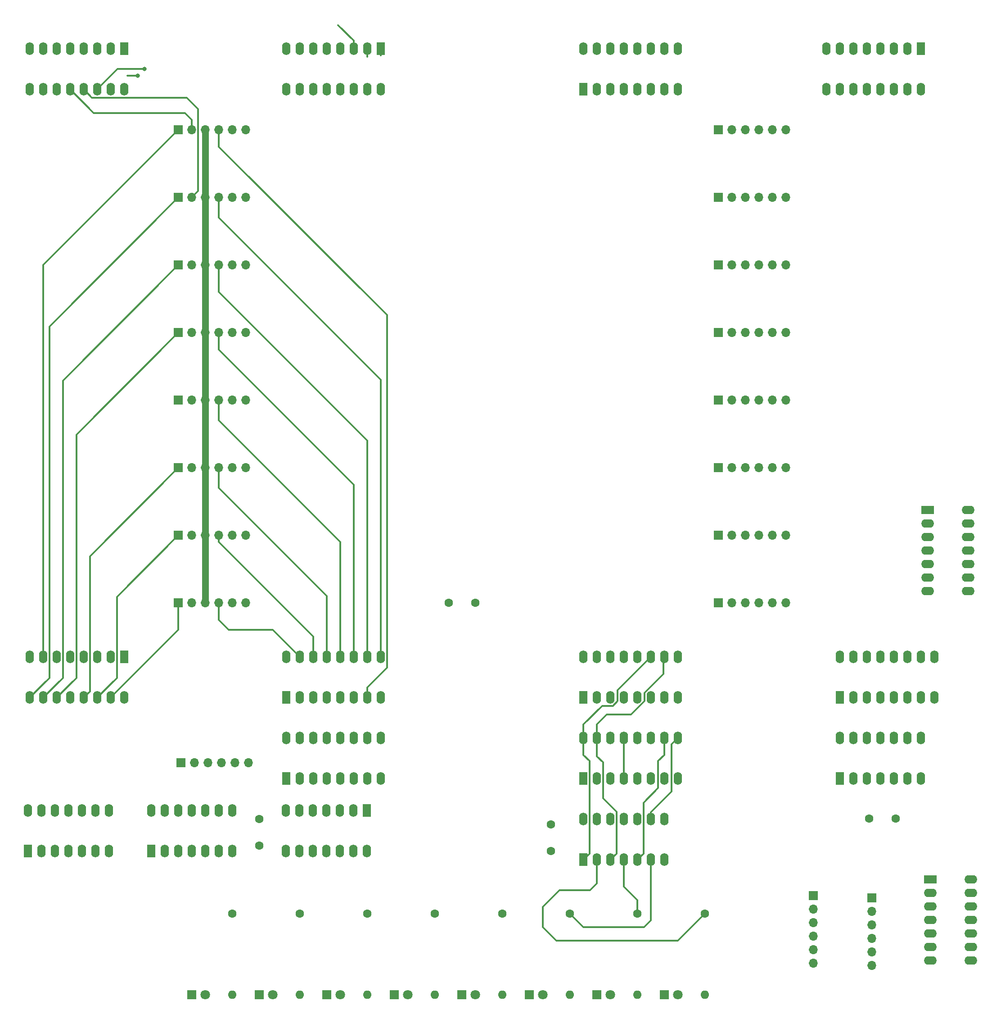
<source format=gbr>
G04 #@! TF.GenerationSoftware,KiCad,Pcbnew,(5.1.9-0-10_14)*
G04 #@! TF.CreationDate,2021-05-26T15:55:07+10:00*
G04 #@! TF.ProjectId,multiplexer,6d756c74-6970-46c6-9578-65722e6b6963,rev?*
G04 #@! TF.SameCoordinates,Original*
G04 #@! TF.FileFunction,Copper,L2,Bot*
G04 #@! TF.FilePolarity,Positive*
%FSLAX46Y46*%
G04 Gerber Fmt 4.6, Leading zero omitted, Abs format (unit mm)*
G04 Created by KiCad (PCBNEW (5.1.9-0-10_14)) date 2021-05-26 15:55:07*
%MOMM*%
%LPD*%
G01*
G04 APERTURE LIST*
G04 #@! TA.AperFunction,ComponentPad*
%ADD10C,1.600000*%
G04 #@! TD*
G04 #@! TA.AperFunction,ComponentPad*
%ADD11O,1.600000X2.400000*%
G04 #@! TD*
G04 #@! TA.AperFunction,ComponentPad*
%ADD12R,1.600000X2.400000*%
G04 #@! TD*
G04 #@! TA.AperFunction,ComponentPad*
%ADD13C,1.800000*%
G04 #@! TD*
G04 #@! TA.AperFunction,ComponentPad*
%ADD14R,1.800000X1.800000*%
G04 #@! TD*
G04 #@! TA.AperFunction,ComponentPad*
%ADD15R,1.700000X1.700000*%
G04 #@! TD*
G04 #@! TA.AperFunction,ComponentPad*
%ADD16O,1.700000X1.700000*%
G04 #@! TD*
G04 #@! TA.AperFunction,ComponentPad*
%ADD17O,1.600000X1.600000*%
G04 #@! TD*
G04 #@! TA.AperFunction,ComponentPad*
%ADD18R,2.400000X1.600000*%
G04 #@! TD*
G04 #@! TA.AperFunction,ComponentPad*
%ADD19O,2.400000X1.600000*%
G04 #@! TD*
G04 #@! TA.AperFunction,ViaPad*
%ADD20C,0.800000*%
G04 #@! TD*
G04 #@! TA.AperFunction,Conductor*
%ADD21C,0.304800*%
G04 #@! TD*
G04 #@! TA.AperFunction,Conductor*
%ADD22C,1.270000*%
G04 #@! TD*
G04 APERTURE END LIST*
D10*
X257000000Y-167500000D03*
X262000000Y-167500000D03*
D11*
X165100000Y-30480000D03*
X147320000Y-22860000D03*
X162560000Y-30480000D03*
X149860000Y-22860000D03*
X160020000Y-30480000D03*
X152400000Y-22860000D03*
X157480000Y-30480000D03*
X154940000Y-22860000D03*
X154940000Y-30480000D03*
X157480000Y-22860000D03*
X152400000Y-30480000D03*
X160020000Y-22860000D03*
X149860000Y-30480000D03*
X162560000Y-22860000D03*
X147320000Y-30480000D03*
D12*
X165100000Y-22860000D03*
X116840000Y-22860000D03*
D11*
X99060000Y-30480000D03*
X114300000Y-22860000D03*
X101600000Y-30480000D03*
X111760000Y-22860000D03*
X104140000Y-30480000D03*
X109220000Y-22860000D03*
X106680000Y-30480000D03*
X106680000Y-22860000D03*
X109220000Y-30480000D03*
X104140000Y-22860000D03*
X111760000Y-30480000D03*
X101600000Y-22860000D03*
X114300000Y-30480000D03*
X99060000Y-22860000D03*
X116840000Y-30480000D03*
D10*
X177880000Y-127000000D03*
X182880000Y-127000000D03*
X142240000Y-167640000D03*
X142240000Y-172640000D03*
X197104000Y-173656000D03*
X197104000Y-168656000D03*
D13*
X220980000Y-200660000D03*
D14*
X218440000Y-200660000D03*
X205740000Y-200660000D03*
D13*
X208280000Y-200660000D03*
X195580000Y-200660000D03*
D14*
X193040000Y-200660000D03*
X180340000Y-200660000D03*
D13*
X182880000Y-200660000D03*
X170180000Y-200660000D03*
D14*
X167640000Y-200660000D03*
X154940000Y-200660000D03*
D13*
X157480000Y-200660000D03*
X144780000Y-200660000D03*
D14*
X142240000Y-200660000D03*
X129540000Y-200660000D03*
D13*
X132080000Y-200660000D03*
D15*
X127500000Y-157000000D03*
D16*
X130040000Y-157000000D03*
X132580000Y-157000000D03*
X135120000Y-157000000D03*
X137660000Y-157000000D03*
X140200000Y-157000000D03*
X246500000Y-194700000D03*
X246500000Y-192160000D03*
X246500000Y-189620000D03*
X246500000Y-187080000D03*
X246500000Y-184540000D03*
D15*
X246500000Y-182000000D03*
X257500000Y-182420000D03*
D16*
X257500000Y-184960000D03*
X257500000Y-187500000D03*
X257500000Y-190040000D03*
X257500000Y-192580000D03*
X257500000Y-195120000D03*
D15*
X127000000Y-127000000D03*
D16*
X129540000Y-127000000D03*
X132080000Y-127000000D03*
X134620000Y-127000000D03*
X137160000Y-127000000D03*
X139700000Y-127000000D03*
D15*
X127000000Y-114300000D03*
D16*
X129540000Y-114300000D03*
X132080000Y-114300000D03*
X134620000Y-114300000D03*
X137160000Y-114300000D03*
X139700000Y-114300000D03*
D15*
X127000000Y-101600000D03*
D16*
X129540000Y-101600000D03*
X132080000Y-101600000D03*
X134620000Y-101600000D03*
X137160000Y-101600000D03*
X139700000Y-101600000D03*
D15*
X127000000Y-88900000D03*
D16*
X129540000Y-88900000D03*
X132080000Y-88900000D03*
X134620000Y-88900000D03*
X137160000Y-88900000D03*
X139700000Y-88900000D03*
X139700000Y-76200000D03*
X137160000Y-76200000D03*
X134620000Y-76200000D03*
X132080000Y-76200000D03*
X129540000Y-76200000D03*
D15*
X127000000Y-76200000D03*
D16*
X139700000Y-63500000D03*
X137160000Y-63500000D03*
X134620000Y-63500000D03*
X132080000Y-63500000D03*
X129540000Y-63500000D03*
D15*
X127000000Y-63500000D03*
D16*
X139700000Y-50800000D03*
X137160000Y-50800000D03*
X134620000Y-50800000D03*
X132080000Y-50800000D03*
X129540000Y-50800000D03*
D15*
X127000000Y-50800000D03*
D16*
X139700000Y-38100000D03*
X137160000Y-38100000D03*
X134620000Y-38100000D03*
X132080000Y-38100000D03*
X129540000Y-38100000D03*
D15*
X127000000Y-38100000D03*
X228600000Y-127000000D03*
D16*
X231140000Y-127000000D03*
X233680000Y-127000000D03*
X236220000Y-127000000D03*
X238760000Y-127000000D03*
X241300000Y-127000000D03*
D15*
X228600000Y-114300000D03*
D16*
X231140000Y-114300000D03*
X233680000Y-114300000D03*
X236220000Y-114300000D03*
X238760000Y-114300000D03*
X241300000Y-114300000D03*
D15*
X228600000Y-101600000D03*
D16*
X231140000Y-101600000D03*
X233680000Y-101600000D03*
X236220000Y-101600000D03*
X238760000Y-101600000D03*
X241300000Y-101600000D03*
D15*
X228600000Y-88900000D03*
D16*
X231140000Y-88900000D03*
X233680000Y-88900000D03*
X236220000Y-88900000D03*
X238760000Y-88900000D03*
X241300000Y-88900000D03*
X241300000Y-76200000D03*
X238760000Y-76200000D03*
X236220000Y-76200000D03*
X233680000Y-76200000D03*
X231140000Y-76200000D03*
D15*
X228600000Y-76200000D03*
D16*
X241300000Y-63500000D03*
X238760000Y-63500000D03*
X236220000Y-63500000D03*
X233680000Y-63500000D03*
X231140000Y-63500000D03*
D15*
X228600000Y-63500000D03*
D16*
X241300000Y-50800000D03*
X238760000Y-50800000D03*
X236220000Y-50800000D03*
X233680000Y-50800000D03*
X231140000Y-50800000D03*
D15*
X228600000Y-50800000D03*
D16*
X241300000Y-38100000D03*
X238760000Y-38100000D03*
X236220000Y-38100000D03*
X233680000Y-38100000D03*
X231140000Y-38100000D03*
D15*
X228600000Y-38100000D03*
D17*
X226060000Y-200660000D03*
D10*
X226060000Y-185420000D03*
X213360000Y-185420000D03*
D17*
X213360000Y-200660000D03*
X200660000Y-200660000D03*
D10*
X200660000Y-185420000D03*
X187960000Y-185420000D03*
D17*
X187960000Y-200660000D03*
X175260000Y-200660000D03*
D10*
X175260000Y-185420000D03*
X162560000Y-185420000D03*
D17*
X162560000Y-200660000D03*
X149860000Y-200660000D03*
D10*
X149860000Y-185420000D03*
X137160000Y-185420000D03*
D17*
X137160000Y-200660000D03*
D11*
X121920000Y-166000000D03*
X137160000Y-173620000D03*
X124460000Y-166000000D03*
X134620000Y-173620000D03*
X127000000Y-166000000D03*
X132080000Y-173620000D03*
X129540000Y-166000000D03*
X129540000Y-173620000D03*
X132080000Y-166000000D03*
X127000000Y-173620000D03*
X134620000Y-166000000D03*
X124460000Y-173620000D03*
X137160000Y-166000000D03*
D12*
X121920000Y-173620000D03*
D11*
X251460000Y-152400000D03*
X266700000Y-160020000D03*
X254000000Y-152400000D03*
X264160000Y-160020000D03*
X256540000Y-152400000D03*
X261620000Y-160020000D03*
X259080000Y-152400000D03*
X259080000Y-160020000D03*
X261620000Y-152400000D03*
X256540000Y-160020000D03*
X264160000Y-152400000D03*
X254000000Y-160020000D03*
X266700000Y-152400000D03*
D12*
X251460000Y-160020000D03*
X98760000Y-173620000D03*
D11*
X114000000Y-166000000D03*
X101300000Y-173620000D03*
X111460000Y-166000000D03*
X103840000Y-173620000D03*
X108920000Y-166000000D03*
X106380000Y-173620000D03*
X106380000Y-166000000D03*
X108920000Y-173620000D03*
X103840000Y-166000000D03*
X111460000Y-173620000D03*
X101300000Y-166000000D03*
X114000000Y-173620000D03*
X98760000Y-166000000D03*
D12*
X203200000Y-175260000D03*
D11*
X218440000Y-167640000D03*
X205740000Y-175260000D03*
X215900000Y-167640000D03*
X208280000Y-175260000D03*
X213360000Y-167640000D03*
X210820000Y-175260000D03*
X210820000Y-167640000D03*
X213360000Y-175260000D03*
X208280000Y-167640000D03*
X215900000Y-175260000D03*
X205740000Y-167640000D03*
X218440000Y-175260000D03*
X203200000Y-167640000D03*
D12*
X162500000Y-166000000D03*
D11*
X147260000Y-173620000D03*
X159960000Y-166000000D03*
X149800000Y-173620000D03*
X157420000Y-166000000D03*
X152340000Y-173620000D03*
X154880000Y-166000000D03*
X154880000Y-173620000D03*
X152340000Y-166000000D03*
X157420000Y-173620000D03*
X149800000Y-166000000D03*
X159960000Y-173620000D03*
X147260000Y-166000000D03*
X162500000Y-173620000D03*
D12*
X147320000Y-160020000D03*
D11*
X165100000Y-152400000D03*
X149860000Y-160020000D03*
X162560000Y-152400000D03*
X152400000Y-160020000D03*
X160020000Y-152400000D03*
X154940000Y-160020000D03*
X157480000Y-152400000D03*
X157480000Y-160020000D03*
X154940000Y-152400000D03*
X160020000Y-160020000D03*
X152400000Y-152400000D03*
X162560000Y-160020000D03*
X149860000Y-152400000D03*
X165100000Y-160020000D03*
X147320000Y-152400000D03*
X203200000Y-152400000D03*
X220980000Y-160020000D03*
X205740000Y-152400000D03*
X218440000Y-160020000D03*
X208280000Y-152400000D03*
X215900000Y-160020000D03*
X210820000Y-152400000D03*
X213360000Y-160020000D03*
X213360000Y-152400000D03*
X210820000Y-160020000D03*
X215900000Y-152400000D03*
X208280000Y-160020000D03*
X218440000Y-152400000D03*
X205740000Y-160020000D03*
X220980000Y-152400000D03*
D12*
X203200000Y-160020000D03*
D11*
X147320000Y-137160000D03*
X165100000Y-144780000D03*
X149860000Y-137160000D03*
X162560000Y-144780000D03*
X152400000Y-137160000D03*
X160020000Y-144780000D03*
X154940000Y-137160000D03*
X157480000Y-144780000D03*
X157480000Y-137160000D03*
X154940000Y-144780000D03*
X160020000Y-137160000D03*
X152400000Y-144780000D03*
X162560000Y-137160000D03*
X149860000Y-144780000D03*
X165100000Y-137160000D03*
D12*
X147320000Y-144780000D03*
X116840000Y-137160000D03*
D11*
X99060000Y-144780000D03*
X114300000Y-137160000D03*
X101600000Y-144780000D03*
X111760000Y-137160000D03*
X104140000Y-144780000D03*
X109220000Y-137160000D03*
X106680000Y-144780000D03*
X106680000Y-137160000D03*
X109220000Y-144780000D03*
X104140000Y-137160000D03*
X111760000Y-144780000D03*
X101600000Y-137160000D03*
X114300000Y-144780000D03*
X99060000Y-137160000D03*
X116840000Y-144780000D03*
X203200000Y-137160000D03*
X220980000Y-144780000D03*
X205740000Y-137160000D03*
X218440000Y-144780000D03*
X208280000Y-137160000D03*
X215900000Y-144780000D03*
X210820000Y-137160000D03*
X213360000Y-144780000D03*
X213360000Y-137160000D03*
X210820000Y-144780000D03*
X215900000Y-137160000D03*
X208280000Y-144780000D03*
X218440000Y-137160000D03*
X205740000Y-144780000D03*
X220980000Y-137160000D03*
D12*
X203200000Y-144780000D03*
X251460000Y-144780000D03*
D11*
X269240000Y-137160000D03*
X254000000Y-144780000D03*
X266700000Y-137160000D03*
X256540000Y-144780000D03*
X264160000Y-137160000D03*
X259080000Y-144780000D03*
X261620000Y-137160000D03*
X261620000Y-144780000D03*
X259080000Y-137160000D03*
X264160000Y-144780000D03*
X256540000Y-137160000D03*
X266700000Y-144780000D03*
X254000000Y-137160000D03*
X269240000Y-144780000D03*
X251460000Y-137160000D03*
X203200000Y-22860000D03*
X220980000Y-30480000D03*
X205740000Y-22860000D03*
X218440000Y-30480000D03*
X208280000Y-22860000D03*
X215900000Y-30480000D03*
X210820000Y-22860000D03*
X213360000Y-30480000D03*
X213360000Y-22860000D03*
X210820000Y-30480000D03*
X215900000Y-22860000D03*
X208280000Y-30480000D03*
X218440000Y-22860000D03*
X205740000Y-30480000D03*
X220980000Y-22860000D03*
D12*
X203200000Y-30480000D03*
X266700000Y-22860000D03*
D11*
X248920000Y-30480000D03*
X264160000Y-22860000D03*
X251460000Y-30480000D03*
X261620000Y-22860000D03*
X254000000Y-30480000D03*
X259080000Y-22860000D03*
X256540000Y-30480000D03*
X256540000Y-22860000D03*
X259080000Y-30480000D03*
X254000000Y-22860000D03*
X261620000Y-30480000D03*
X251460000Y-22860000D03*
X264160000Y-30480000D03*
X248920000Y-22860000D03*
X266700000Y-30480000D03*
D18*
X268000000Y-109500000D03*
D19*
X275620000Y-124740000D03*
X268000000Y-112040000D03*
X275620000Y-122200000D03*
X268000000Y-114580000D03*
X275620000Y-119660000D03*
X268000000Y-117120000D03*
X275620000Y-117120000D03*
X268000000Y-119660000D03*
X275620000Y-114580000D03*
X268000000Y-122200000D03*
X275620000Y-112040000D03*
X268000000Y-124740000D03*
X275620000Y-109500000D03*
X276120000Y-179000000D03*
X268500000Y-194240000D03*
X276120000Y-181540000D03*
X268500000Y-191700000D03*
X276120000Y-184080000D03*
X268500000Y-189160000D03*
X276120000Y-186620000D03*
X268500000Y-186620000D03*
X276120000Y-189160000D03*
X268500000Y-184080000D03*
X276120000Y-191700000D03*
X268500000Y-181540000D03*
X276120000Y-194240000D03*
D18*
X268500000Y-179000000D03*
D20*
X120650000Y-26670000D03*
X119380000Y-27940000D03*
D21*
X210820000Y-160020000D02*
X210820000Y-152400000D01*
X165100000Y-24130000D02*
X165100000Y-22860000D01*
X162560000Y-24364800D02*
X162560000Y-22860000D01*
X160020000Y-21355200D02*
X160020000Y-22860000D01*
X157079800Y-18415000D02*
X160020000Y-21355200D01*
X200660000Y-185420000D02*
X203200000Y-187960000D01*
X203200000Y-187960000D02*
X214630000Y-187960000D01*
X214630000Y-187960000D02*
X215900000Y-186690000D01*
X215900000Y-186690000D02*
X215900000Y-175260000D01*
X214512410Y-174107590D02*
X214512410Y-164582590D01*
X213360000Y-175260000D02*
X214512410Y-174107590D01*
X217287590Y-161807410D02*
X217287590Y-156727410D01*
X214512410Y-164582590D02*
X217287590Y-161807410D01*
X218440000Y-155575000D02*
X218440000Y-152400000D01*
X217287590Y-156727410D02*
X218440000Y-155575000D01*
X213360000Y-185420000D02*
X213360000Y-182880000D01*
X210820000Y-180340000D02*
X210820000Y-175260000D01*
X213360000Y-182880000D02*
X210820000Y-180340000D01*
X209432410Y-174107590D02*
X209432410Y-166252410D01*
X208280000Y-175260000D02*
X209432410Y-174107590D01*
X206892410Y-163712410D02*
X206892410Y-156962590D01*
X209432410Y-166252410D02*
X206892410Y-163712410D01*
X206892410Y-156962590D02*
X205740000Y-155810180D01*
X205740000Y-155810180D02*
X205740000Y-152400000D01*
X205740000Y-152400000D02*
X205740000Y-149860000D01*
X205740000Y-149860000D02*
X207645000Y-147955000D01*
X214747590Y-143902657D02*
X218315247Y-140335000D01*
X214747590Y-145422163D02*
X214747590Y-143902657D01*
X212214753Y-147955000D02*
X214747590Y-145422163D01*
X207645000Y-147955000D02*
X212214753Y-147955000D01*
X218315247Y-137284753D02*
X218440000Y-137160000D01*
X218315247Y-140335000D02*
X218315247Y-137284753D01*
X215900000Y-167640000D02*
X215900000Y-166370000D01*
X219827590Y-153552410D02*
X220980000Y-152400000D01*
X219827590Y-162442410D02*
X219827590Y-153552410D01*
X215900000Y-166370000D02*
X219827590Y-162442410D01*
X205740000Y-179705000D02*
X205740000Y-175260000D01*
X198755000Y-180975000D02*
X204470000Y-180975000D01*
X198120000Y-190500000D02*
X195580000Y-187960000D01*
X204470000Y-180975000D02*
X205740000Y-179705000D01*
X195580000Y-184150000D02*
X198755000Y-180975000D01*
X195580000Y-187960000D02*
X195580000Y-184150000D01*
X220980000Y-190500000D02*
X198120000Y-190500000D01*
X226060000Y-185420000D02*
X220980000Y-190500000D01*
X204352410Y-174107590D02*
X204352410Y-156727410D01*
X203200000Y-175260000D02*
X204352410Y-174107590D01*
X203200000Y-155575000D02*
X203200000Y-152400000D01*
X204352410Y-156727410D02*
X203200000Y-155575000D01*
X209667590Y-143392410D02*
X215900000Y-137160000D01*
X208757343Y-146332410D02*
X209667590Y-145422163D01*
X206727591Y-146332410D02*
X208757343Y-146332410D01*
X209667590Y-145422163D02*
X209667590Y-143392410D01*
X203200000Y-149860000D02*
X206727591Y-146332410D01*
X203200000Y-152400000D02*
X203200000Y-149860000D01*
D22*
X132080000Y-114253802D02*
X132080000Y-127000000D01*
X132080000Y-38100000D02*
X132080000Y-114253802D01*
D21*
X106680000Y-30480000D02*
X111125000Y-34925000D01*
X111125000Y-34925000D02*
X128270000Y-34925000D01*
X129540000Y-36195000D02*
X129540000Y-38100000D01*
X128270000Y-34925000D02*
X129540000Y-36195000D01*
X110772410Y-32032410D02*
X128622590Y-32032410D01*
X109220000Y-30480000D02*
X110772410Y-32032410D01*
X130742401Y-34152221D02*
X130742401Y-49597599D01*
X130742401Y-49597599D02*
X129540000Y-50800000D01*
X128622590Y-32032410D02*
X130742401Y-34152221D01*
X111760000Y-30480000D02*
X115570000Y-26670000D01*
X115570000Y-26670000D02*
X120650000Y-26670000D01*
X117475000Y-27940000D02*
X119380000Y-27940000D01*
X149860000Y-137160000D02*
X144780000Y-132080000D01*
X144780000Y-132080000D02*
X136525000Y-132080000D01*
X134620000Y-130175000D02*
X134620000Y-127000000D01*
X136525000Y-132080000D02*
X134620000Y-130175000D01*
X162560000Y-144780000D02*
X162560000Y-142875000D01*
X166252410Y-139182590D02*
X166252410Y-72907410D01*
X162560000Y-142875000D02*
X166252410Y-139182590D01*
X134620000Y-41275000D02*
X134620000Y-38100000D01*
X166252410Y-72907410D02*
X134620000Y-41275000D01*
X134620000Y-115570000D02*
X152400000Y-133350000D01*
X134620000Y-114300000D02*
X134620000Y-115570000D01*
X152400000Y-137160000D02*
X152400000Y-133350000D01*
X154940000Y-137160000D02*
X154940000Y-125730000D01*
X134620000Y-105410000D02*
X134620000Y-101600000D01*
X154940000Y-125730000D02*
X134620000Y-105410000D01*
X157480000Y-137160000D02*
X157480000Y-115570000D01*
X134620000Y-92710000D02*
X134620000Y-88900000D01*
X157480000Y-115570000D02*
X134620000Y-92710000D01*
X160020000Y-137160000D02*
X160020000Y-104775000D01*
X134620000Y-79375000D02*
X134620000Y-76200000D01*
X160020000Y-104775000D02*
X134620000Y-79375000D01*
X162560000Y-137160000D02*
X162560000Y-96520000D01*
X134620000Y-68580000D02*
X134620000Y-63500000D01*
X162560000Y-96520000D02*
X134620000Y-68580000D01*
X134620000Y-54610000D02*
X134620000Y-50800000D01*
X165100000Y-85090000D02*
X134620000Y-54610000D01*
X165100000Y-137160000D02*
X165100000Y-85090000D01*
X102752410Y-75047590D02*
X127000000Y-50800000D01*
X102752410Y-141087590D02*
X102752410Y-75047590D01*
X99060000Y-144780000D02*
X102752410Y-141087590D01*
X105292410Y-85207590D02*
X127000000Y-63500000D01*
X105292410Y-141087590D02*
X105292410Y-85207590D01*
X101600000Y-144780000D02*
X105292410Y-141087590D01*
X107832410Y-95367590D02*
X127000000Y-76200000D01*
X107832410Y-141087590D02*
X107832410Y-95367590D01*
X104140000Y-144780000D02*
X107832410Y-141087590D01*
X110372410Y-118227590D02*
X127000000Y-101600000D01*
X110372410Y-143627590D02*
X110372410Y-118227590D01*
X109220000Y-144780000D02*
X110372410Y-143627590D01*
X115452410Y-125847590D02*
X127000000Y-114300000D01*
X115452410Y-141087590D02*
X115452410Y-125847590D01*
X111760000Y-144780000D02*
X115452410Y-141087590D01*
X101600000Y-137160000D02*
X101600000Y-63500000D01*
X101600000Y-63500000D02*
X127000000Y-38100000D01*
X114300000Y-144780000D02*
X127000000Y-132080000D01*
X127000000Y-132080000D02*
X127000000Y-127000000D01*
M02*

</source>
